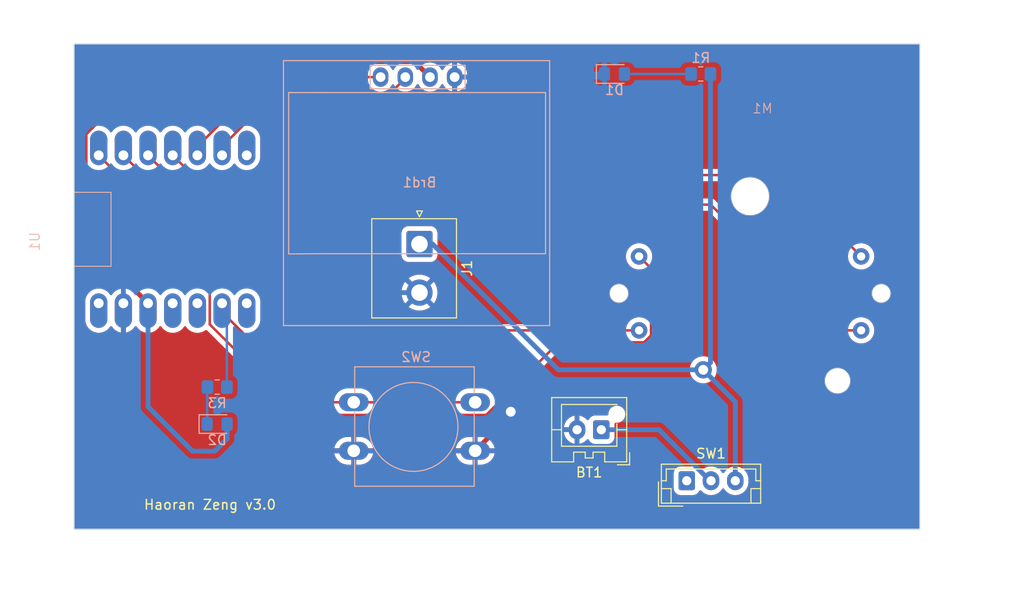
<source format=kicad_pcb>
(kicad_pcb (version 20221018) (generator pcbnew)
  (layers (0 "F.Cu" signal) (31 "B.Cu" signal) (34 "B.Paste" user) (35 "F.Paste" user) (36 "B.SilkS" user "B.Silkscreen") (37 "F.SilkS" user "F.Silkscreen") (38 "B.Mask" user) (39 "F.Mask" user) (44 "Edge.Cuts" user))
  (net 0 "")
  (net 1 "/3V3")
  (net 2 "Net-(D1-A)")
  (net 3 "Net-(D2-K)")
  (net 7 "GND")
  (net 8 "/VCC")
  (net 10 "/BAT")
  (net 11 "/SCL")
  (net 12 "/SDA")
  (net 13 "/MOTOR1")
  (net 14 "/MOTOR2")
  (net 15 "/MOTOR3")
  (net 16 "/MOTOR4")
  (net 17 "/BTN")
  (footprint "Connector_JST:JST_NV_B02P-NV_1x02_P5.00mm_Vertical" (layer "F.Cu") (at 63.5 39.624 -90)
    (fp_text reference "J1" (at 2.5 -4.9 90) (layer "F.SilkS"))
    (fp_text value "Conn_01x02_Pin")
    (fp_line (start -3.41 -0.3) (end -2.81 0) (stroke (width 0.12)) (layer "F.SilkS"))
    (fp_line (start -3.41 0.3) (end -3.41 -0.3) (stroke (width 0.12)) (layer "F.SilkS"))
    (fp_line (start -2.81 0) (end -3.41 0.3) (stroke (width 0.12)) (layer "F.SilkS"))
    (fp_line (start -2.61 -3.81) (end -2.61 4.91) (stroke (width 0.12)) (layer "F.SilkS"))
    (fp_line (start -2.61 4.91) (end 7.61 4.91) (stroke (width 0.12)) (layer "F.SilkS"))
    (fp_line (start 7.61 -3.81) (end -2.61 -3.81) (stroke (width 0.12)) (layer "F.SilkS"))
    (fp_line (start 7.61 4.91) (end 7.61 -3.81) (stroke (width 0.12)) (layer "F.SilkS"))
    (pad "1" thru_hole roundrect (at 0 0 270) (size 2.7 2.7) (drill 1.7) (layers "*.Cu" "*.Mask") (roundrect_rratio 0.09259296296) (net 8 "/VCC"))
    (pad "2" thru_hole circle (at 5 0 270) (size 2.7 2.7) (drill 1.7) (layers "*.Cu" "*.Mask") (net 7 "GND"))
  )
  (footprint "Connector_JST:JST_EH_B3B-EH-A_1x03_P2.50mm_Vertical" (layer "F.Cu") (at 91.012 64.008)
    (fp_text reference "SW1" (at 2.5 -2.8) (layer "F.SilkS"))
    (fp_text value "SW_SPDT")
    (fp_line (start -2.91 0.11) (end -2.91 2.61) (stroke (width 0.12)) (layer "F.SilkS"))
    (fp_line (start -2.91 2.61) (end -0.41 2.61) (stroke (width 0.12)) (layer "F.SilkS"))
    (fp_line (start -2.61 -1.71) (end -2.61 2.31) (stroke (width 0.12)) (layer "F.SilkS"))
    (fp_line (start -2.61 0) (end -2.11 0) (stroke (width 0.12)) (layer "F.SilkS"))
    (fp_line (start -2.61 0.81) (end -1.61 0.81) (stroke (width 0.12)) (layer "F.SilkS"))
    (fp_line (start -2.61 2.31) (end 7.61 2.31) (stroke (width 0.12)) (layer "F.SilkS"))
    (fp_line (start -2.11 -1.21) (end 7.11 -1.21) (stroke (width 0.12)) (layer "F.SilkS"))
    (fp_line (start -2.11 0) (end -2.11 -1.21) (stroke (width 0.12)) (layer "F.SilkS"))
    (fp_line (start -1.61 0.81) (end -1.61 2.31) (stroke (width 0.12)) (layer "F.SilkS"))
    (fp_line (start 6.61 0.81) (end 6.61 2.31) (stroke (width 0.12)) (layer "F.SilkS"))
    (fp_line (start 7.11 -1.21) (end 7.11 0) (stroke (width 0.12)) (layer "F.SilkS"))
    (fp_line (start 7.11 0) (end 7.61 0) (stroke (width 0.12)) (layer "F.SilkS"))
    (fp_line (start 7.61 -1.71) (end -2.61 -1.71) (stroke (width 0.12)) (layer "F.SilkS"))
    (fp_line (start 7.61 0.81) (end 6.61 0.81) (stroke (width 0.12)) (layer "F.SilkS"))
    (fp_line (start 7.61 2.31) (end 7.61 -1.71) (stroke (width 0.12)) (layer "F.SilkS"))
    (pad "1" thru_hole roundrect (at 0 0) (size 1.7 1.95) (drill 0.95) (layers "*.Cu" "*.Mask") (roundrect_rratio 0.1470588235))
    (pad "2" thru_hole oval (at 2.5 0) (size 1.7 1.95) (drill 0.95) (layers "*.Cu" "*.Mask") (net 10 "/BAT"))
    (pad "3" thru_hole oval (at 5 0) (size 1.7 1.95) (drill 0.95) (layers "*.Cu" "*.Mask") (net 8 "/VCC"))
  )
  (footprint "Connector_JST:JST_XA_B02B-XASK-1-A_1x02_P2.50mm_Vertical" (layer "F.Cu") (at 82.22 58.75 180)
    (fp_text reference "BT1" (at 1.25 -4.4) (layer "F.SilkS"))
    (fp_text value "Battery_Cell")
    (fp_line (start -2.91 -3.61) (end -2.91 -2.36) (stroke (width 0.12)) (layer "F.SilkS"))
    (fp_line (start -2.61 -3.31) (end -2.61 3.31) (stroke (width 0.12)) (layer "F.SilkS"))
    (fp_line (start -2.61 0) (end -1.6 0) (stroke (width 0.12)) (layer "F.SilkS"))
    (fp_line (start -2.61 3.31) (end 5.11 3.31) (stroke (width 0.12)) (layer "F.SilkS"))
    (fp_line (start -1.66 -3.61) (end -2.91 -3.61) (stroke (width 0.12)) (layer "F.SilkS"))
    (fp_line (start -1.6 -1.7) (end 4.1 -1.7) (stroke (width 0.12)) (layer "F.SilkS"))
    (fp_line (start -1.6 0.6) (end -1.6 -1.7) (stroke (width 0.12)) (layer "F.SilkS"))
    (fp_line (start -0.35 -3.31) (end -2.61 -3.31) (stroke (width 0.12)) (layer "F.SilkS"))
    (fp_line (start -0.35 -2.31) (end -0.35 -3.31) (stroke (width 0.12)) (layer "F.SilkS"))
    (fp_line (start 0.85 -2.91) (end 0.85 -2.31) (stroke (width 0.12)) (layer "F.SilkS"))
    (fp_line (start 0.85 -2.31) (end -0.35 -2.31) (stroke (width 0.12)) (layer "F.SilkS"))
    (fp_line (start 1.65 -2.91) (end 0.85 -2.91) (stroke (width 0.12)) (layer "F.SilkS"))
    (fp_line (start 1.65 -2.31) (end 1.65 -2.91) (stroke (width 0.12)) (layer "F.SilkS"))
    (fp_line (start 2.85 -3.31) (end 2.85 -2.31) (stroke (width 0.12)) (layer "F.SilkS"))
    (fp_line (start 2.85 -2.31) (end 1.65 -2.31) (stroke (width 0.12)) (layer "F.SilkS"))
    (fp_line (start 4.1 -1.7) (end 4.1 2.6) (stroke (width 0.12)) (layer "F.SilkS"))
    (fp_line (start 4.1 2.6) (end -1.6 2.6) (stroke (width 0.12)) (layer "F.SilkS"))
    (fp_line (start 5.11 -3.31) (end 2.85 -3.31) (stroke (width 0.12)) (layer "F.SilkS"))
    (fp_line (start 5.11 0) (end 4.1 0) (stroke (width 0.12)) (layer "F.SilkS"))
    (fp_line (start 5.11 3.31) (end 5.11 -3.31) (stroke (width 0.12)) (layer "F.SilkS"))
    (pad "" np_thru_hole circle (at -1.6 1.6 180) (size 1.25 1.25) (drill 1.25) (layers "*.Cu" "*.Mask"))
    (pad "1" thru_hole roundrect (at 0 0 180) (size 1.7 1.95) (drill 0.95) (layers "*.Cu" "*.Mask") (roundrect_rratio 0.1470588235) (net 10 "/BAT"))
    (pad "2" thru_hole oval (at 2.5 0 180) (size 1.7 1.95) (drill 0.95) (layers "*.Cu" "*.Mask") (net 7 "GND"))
  )
  (footprint "ssd:128x64OLED" (layer "B.Cu") (at 63.5 33.02 180)
    (fp_text reference "Brd1" (at 0 -0.254) (layer "B.SilkS") (effects (justify mirror)))
    (fp_text value "SSD1306")
    (fp_line (start -13.4 -15) (end -13.4 12.3) (stroke (width 0.12)) (layer "B.SilkS"))
    (fp_line (start -13.4 12.3) (end 14 12.3) (stroke (width 0.12)) (layer "B.SilkS"))
    (fp_line (start -12.978 -7.595) (end -12.978 9.005) (stroke (width 0.12)) (layer "B.SilkS"))
    (fp_line (start -12.978 9.005) (end 10.122 9.005) (stroke (width 0.12)) (layer "B.SilkS"))
    (fp_line (start -4.699 11.811) (end -4.699 9.398) (stroke (width 0.12)) (layer "B.SilkS"))
    (fp_line (start -4.699 11.811) (end 5.08 11.811) (stroke (width 0.12)) (layer "B.SilkS"))
    (fp_line (start 5.08 9.398) (end -4.699 9.398) (stroke (width 0.12)) (layer "B.SilkS"))
    (fp_line (start 5.08 11.811) (end 5.08 9.398) (stroke (width 0.12)) (layer "B.SilkS"))
    (fp_line (start 10.122 -7.595) (end -12.978 -7.595) (stroke (width 0.12)) (layer "B.SilkS"))
    (fp_line (start 10.122 -7.595) (end 13.462 -7.62) (stroke (width 0.12)) (layer "B.SilkS"))
    (fp_line (start 10.122 9.005) (end 13.208 9.005) (stroke (width 0.12)) (layer "B.SilkS"))
    (fp_line (start 13.462 -7.62) (end 13.462 9.017) (stroke (width 0.12)) (layer "B.SilkS"))
    (fp_line (start 13.462 9.017) (end 13.208 9.005) (stroke (width 0.12)) (layer "B.SilkS"))
    (fp_line (start 14 -15) (end -13.4 -15) (stroke (width 0.12)) (layer "B.SilkS"))
    (fp_line (start 14 12.3) (end 14 -15) (stroke (width 0.12)) (layer "B.SilkS"))
    (pad "1" thru_hole oval (at -3.62 10.6 90) (size 2 1.6) (drill 1) (layers "*.Cu" "*.Mask") (net 7 "GND"))
    (pad "2" thru_hole oval (at -1.08 10.6 90) (size 2 1.6) (drill 1) (layers "*.Cu" "*.Mask") (net 1 "/3V3"))
    (pad "3" thru_hole oval (at 1.46 10.6 90) (size 2 1.6) (drill 1) (layers "*.Cu" "*.Mask") (net 11 "/SCL"))
    (pad "4" thru_hole oval (at 4 10.6 90) (size 2 1.6) (drill 1) (layers "*.Cu" "*.Mask") (net 12 "/SDA"))
  )
  (footprint "X27:x27_stepper" (layer "B.Cu") (at 94.996 54.864 180)
    (fp_text reference "M1" (at -3.81 29.21 unlocked) (layer "B.SilkS") (effects (font (thickness 0.1)) (justify mirror)))
    (fp_text value "Stepper_Motor_bipolar")
    (fp_circle (center -16.04 10.16) (end -15.09 10.16) (stroke (width 0.05)) (fill none) (layer "Edge.Cuts"))
    (fp_circle (center -11.54 1.16) (end -10.24 1.16) (stroke (width 0.05)) (fill none) (layer "Edge.Cuts"))
    (fp_circle (center -2.54 20.16) (end -0.59 20.16) (stroke (width 0.05)) (fill none) (layer "Edge.Cuts"))
    (fp_circle (center 10.96 10.16) (end 11.91 10.16) (stroke (width 0.05)) (fill none) (layer "Edge.Cuts"))
    (pad "1" thru_hole circle (at 8.89 13.97 180) (size 1.7 1.7) (drill 0.85) (layers "*.Cu" "*.Mask") (net 13 "/MOTOR1"))
    (pad "2" thru_hole circle (at 8.89 6.35 180) (size 1.7 1.7) (drill 0.85) (layers "*.Cu" "*.Mask") (net 14 "/MOTOR2"))
    (pad "3" thru_hole circle (at -13.97 6.35 180) (size 1.7 1.7) (drill 0.85) (layers "*.Cu" "*.Mask") (net 15 "/MOTOR3"))
    (pad "4" thru_hole circle (at -13.97 13.97 180) (size 1.7 1.7) (drill 0.85) (layers "*.Cu" "*.Mask") (net 16 "/MOTOR4"))
  )
  (footprint "LED_SMD:LED_0805_2012Metric_Pad1.15x1.40mm_HandSolder" (layer "B.Cu") (at 42.672 58.166)
    (fp_text reference "D2" (at 0 1.65) (layer "B.SilkS") (effects (justify mirror)))
    (fp_text value "LED")
    (fp_line (start -1.86 -0.96) (end 1 -0.96) (stroke (width 0.12)) (layer "B.SilkS"))
    (fp_line (start -1.86 0.96) (end -1.86 -0.96) (stroke (width 0.12)) (layer "B.SilkS"))
    (fp_line (start 1 0.96) (end -1.86 0.96) (stroke (width 0.12)) (layer "B.SilkS"))
    (pad "1" smd roundrect (at -1.025 0) (size 1.15 1.4) (layers "B.Cu" "B.Paste" "B.Mask") (roundrect_rratio 0.2173913043) (net 3 "Net-(D2-K)"))
    (pad "2" smd roundrect (at 1.025 0) (size 1.15 1.4) (layers "B.Cu" "B.Paste" "B.Mask") (roundrect_rratio 0.2173913043) (net 1 "/3V3"))
  )
  (footprint "Button_Switch_THT:SW_PUSH-12mm" (layer "B.Cu") (at 69.232 55.92 180)
    (fp_text reference "SW2" (at 6.08 4.66) (layer "B.SilkS") (effects (justify mirror)))
    (fp_text value "SW_SPST")
    (fp_line (start 0.1 -8.65) (end 0.1 -5.93) (stroke (width 0.12)) (layer "B.SilkS"))
    (fp_line (start 0.1 -4.07) (end 0.1 -0.93) (stroke (width 0.12)) (layer "B.SilkS"))
    (fp_line (start 0.1 0.93) (end 0.1 3.65) (stroke (width 0.12)) (layer "B.SilkS"))
    (fp_line (start 0.1 3.65) (end 12.4 3.65) (stroke (width 0.12)) (layer "B.SilkS"))
    (fp_line (start 12.4 -8.65) (end 0.1 -8.65) (stroke (width 0.12)) (layer "B.SilkS"))
    (fp_line (start 12.4 -5.93) (end 12.4 -8.65) (stroke (width 0.12)) (layer "B.SilkS"))
    (fp_line (start 12.4 -0.93) (end 12.4 -4.07) (stroke (width 0.12)) (layer "B.SilkS"))
    (fp_line (start 12.4 3.65) (end 12.4 0.93) (stroke (width 0.12)) (layer "B.SilkS"))
    (fp_circle (center 6.35 -2.54) (end 10.16 -5.08) (stroke (width 0.12)) (fill none) (layer "B.SilkS"))
    (pad "1" thru_hole oval (at 0 0 180) (size 3.048 1.85) (drill 1.3) (layers "*.Cu" "*.Mask") (net 17 "/BTN"))
    (pad "1" thru_hole oval (at 12.5 0 180) (size 3.048 1.85) (drill 1.3) (layers "*.Cu" "*.Mask") (net 17 "/BTN"))
    (pad "2" thru_hole oval (at 0 -5 180) (size 3.048 1.85) (drill 1.3) (layers "*.Cu" "*.Mask") (net 7 "GND"))
    (pad "2" thru_hole oval (at 12.5 -5 180) (size 3.048 1.85) (drill 1.3) (layers "*.Cu" "*.Mask") (net 7 "GND"))
  )
  (footprint "LED_SMD:LED_0805_2012Metric_Pad1.15x1.40mm_HandSolder" (layer "B.Cu") (at 83.566 22.098)
    (fp_text reference "D1" (at 0 1.65) (layer "B.SilkS") (effects (justify mirror)))
    (fp_text value "LED")
    (fp_line (start -1.86 -0.96) (end 1 -0.96) (stroke (width 0.12)) (layer "B.SilkS"))
    (fp_line (start -1.86 0.96) (end -1.86 -0.96) (stroke (width 0.12)) (layer "B.SilkS"))
    (fp_line (start 1 0.96) (end -1.86 0.96) (stroke (width 0.12)) (layer "B.SilkS"))
    (pad "1" smd roundrect (at -1.025 0) (size 1.15 1.4) (layers "B.Cu" "B.Paste" "B.Mask") (roundrect_rratio 0.2173913043) (net 7 "GND"))
    (pad "2" smd roundrect (at 1.025 0) (size 1.15 1.4) (layers "B.Cu" "B.Paste" "B.Mask") (roundrect_rratio 0.2173913043) (net 2 "Net-(D1-A)"))
  )
  (footprint "Resistor_SMD:R_0805_2012Metric_Pad1.20x1.40mm_HandSolder" (layer "B.Cu") (at 92.456 22.098 180)
    (fp_text reference "R1" (at 0 1.65) (layer "B.SilkS") (effects (justify mirror)))
    (fp_text value "85Ω")
    (fp_line (start -0.227064 -0.735) (end 0.227064 -0.735) (stroke (width 0.12)) (layer "B.SilkS"))
    (fp_line (start -0.227064 0.735) (end 0.227064 0.735) (stroke (width 0.12)) (layer "B.SilkS"))
    (pad "1" smd roundrect (at -1 0 180) (size 1.2 1.4) (layers "B.Cu" "B.Paste" "B.Mask") (roundrect_rratio 0.2083333333) (net 8 "/VCC"))
    (pad "2" smd roundrect (at 1 0 180) (size 1.2 1.4) (layers "B.Cu" "B.Paste" "B.Mask") (roundrect_rratio 0.2083333333) (net 2 "Net-(D1-A)"))
  )
  (footprint "Resistor_SMD:R_0805_2012Metric_Pad1.20x1.40mm_HandSolder" (layer "B.Cu") (at 42.672 54.356)
    (fp_text reference "R3" (at 0 1.65) (layer "B.SilkS") (effects (justify mirror)))
    (fp_text value "65Ω")
    (fp_line (start -0.227064 -0.735) (end 0.227064 -0.735) (stroke (width 0.12)) (layer "B.SilkS"))
    (fp_line (start -0.227064 0.735) (end 0.227064 0.735) (stroke (width 0.12)) (layer "B.SilkS"))
    (pad "1" smd roundrect (at -1 0) (size 1.2 1.4) (layers "B.Cu" "B.Paste" "B.Mask") (roundrect_rratio 0.2083333333) (net 3 "Net-(D2-K)"))
    (pad "2" smd roundrect (at 1 0) (size 1.2 1.4) (layers "B.Cu" "B.Paste" "B.Mask") (roundrect_rratio 0.2083333333) (net 17 "/BTN"))
  )
  (footprint "123:XIAO_ESP32_SENSE" (layer "B.Cu") (at 38.1 38.1 -90)
    (fp_text reference "U1" (at 1.27 14.2 90 unlocked) (layer "B.SilkS") (effects (font (thickness 0.1)) (justify mirror)))
    (fp_text value "~")
    (fp_line (start -3.81 6.35) (end 3.81 6.35) (stroke (width 0.1)) (layer "B.SilkS"))
    (fp_line (start -3.81 10.16) (end -3.81 6.35) (stroke (width 0.1)) (layer "B.SilkS"))
    (fp_line (start 3.81 6.35) (end 3.81 10.16) (stroke (width 0.1)) (layer "B.SilkS"))
    (pad "1" thru_hole oval (at -7.62 7.62 270) (size 3.556 1.778) (drill 1.016 (offset -0.762 0)) (layers "*.Cu" "*.Mask") (net 13 "/MOTOR1"))
    (pad "2" thru_hole oval (at -7.62 5.08 270) (size 3.556 1.778) (drill 1.016 (offset -0.762 0)) (layers "*.Cu" "*.Mask") (net 14 "/MOTOR2"))
    (pad "3" thru_hole oval (at -7.62 2.54 270) (size 3.556 1.778) (drill 1.016 (offset -0.762 0)) (layers "*.Cu" "*.Mask") (net 15 "/MOTOR3"))
    (pad "4" thru_hole oval (at -7.62 0 270) (size 3.556 1.778) (drill 1.016 (offset -0.762 0)) (layers "*.Cu" "*.Mask") (net 16 "/MOTOR4"))
    (pad "5" thru_hole oval (at -7.62 -2.54 270) (size 3.556 1.778) (drill 1.016 (offset -0.762 0)) (layers "*.Cu" "*.Mask") (net 12 "/SDA"))
    (pad "6" thru_hole oval (at -7.62 -5.08 270) (size 3.556 1.778) (drill 1.016 (offset -0.762 0)) (layers "*.Cu" "*.Mask") (net 11 "/SCL"))
    (pad "7" thru_hole oval (at -7.62 -7.62 270) (size 3.556 1.778) (drill 1.016 (offset -0.762 0)) (layers "*.Cu" "*.Mask"))
    (pad "8" thru_hole oval (at 7.62 7.62 270) (size 3.556 1.778) (drill 1.016 (offset 0.762 0)) (layers "*.Cu" "*.Mask"))
    (pad "9" thru_hole oval (at 7.62 5.08 270) (size 3.556 1.778) (drill 1.016 (offset 0.762 0)) (layers "*.Cu" "*.Mask") (net 7 "GND"))
    (pad "10" thru_hole oval (at 7.62 2.54 270) (size 3.556 1.778) (drill 1.016 (offset 0.762 0)) (layers "*.Cu" "*.Mask") (net 1 "/3V3"))
    (pad "11" thru_hole oval (at 7.62 0 270) (size 3.556 1.778) (drill 1.016 (offset 0.762 0)) (layers "*.Cu" "*.Mask"))
    (pad "12" thru_hole oval (at 7.62 -2.54 270) (size 3.556 1.778) (drill 1.016 (offset 0.762 0)) (layers "*.Cu" "*.Mask"))
    (pad "13" thru_hole oval (at 7.62 -5.08 270) (size 3.556 1.778) (drill 1.016 (offset 0.762 0)) (layers "*.Cu" "*.Mask") (net 17 "/BTN"))
    (pad "14" thru_hole oval (at 7.62 -7.62 270) (size 3.556 1.778) (drill 1.016 (offset 0.762 0)) (layers "*.Cu" "*.Mask"))
  )
  (gr_rect (start 27.94 19) (end 115 69) (stroke (width 0.1)) (fill none) (layer "Edge.Cuts"))
  (gr_text "Haoran Zeng v3.0" (at 35.052 67.056) (layer "F.SilkS") (effects (font (size 1 1)) (justify left bottom)))
  (segment (start 62.988 20.828) (end 64.58 22.42) (width 0.5) (layer "F.Cu") (net 1))
  (segment (start 29.087 39.247) (end 29.087 28.252001) (width 0.5) (layer "F.Cu") (net 1))
  (segment (start 35.56 45.72) (end 29.087 39.247) (width 0.5) (layer "F.Cu") (net 1))
  (segment (start 36.511001 20.828) (end 62.988 20.828) (width 0.5) (layer "F.Cu") (net 1))
  (segment (start 29.087 28.252001) (end 36.511001 20.828) (width 0.5) (layer "F.Cu") (net 1))
  (segment (start 40.132 60.96) (end 42.418 60.96) (width 0.5) (layer "B.Cu") (net 1))
  (segment (start 42.418 60.96) (end 43.697 59.681) (width 0.5) (layer "B.Cu") (net 1))
  (segment (start 43.697 59.681) (end 43.697 58.166) (width 0.5) (layer "B.Cu") (net 1))
  (segment (start 35.56 56.388) (end 40.132 60.96) (width 0.5) (layer "B.Cu") (net 1))
  (segment (start 35.56 45.72) (end 35.56 56.388) (width 0.5) (layer "B.Cu") (net 1))
  (segment (start 84.591 22.098) (end 91.456 22.098) (width 0.254) (layer "B.Cu") (net 2))
  (segment (start 41.647 54.381) (end 41.672 54.356) (width 0.254) (layer "B.Cu") (net 3))
  (segment (start 41.647 58.166) (end 41.647 54.381) (width 0.254) (layer "B.Cu") (net 3))
  (segment (start 72.898 56.896) (end 72.898 57.254) (width 0.5) (layer "F.Cu") (net 7))
  (segment (start 72.898 57.254) (end 69.232 60.92) (width 0.5) (layer "F.Cu") (net 7))
  (segment (start 33.02 45.72) (end 33.02 60.96) (width 0.5) (layer "F.Cu") (net 7))
  (segment (start 35.052 62.992) (end 51.562 62.992) (width 0.5) (layer "F.Cu") (net 7))
  (segment (start 56.732 60.92) (end 69.232 60.92) (width 0.5) (layer "F.Cu") (net 7))
  (segment (start 51.562 62.992) (end 53.634 60.92) (width 0.5) (layer "F.Cu") (net 7))
  (segment (start 53.634 60.92) (end 56.732 60.92) (width 0.5) (layer "F.Cu") (net 7))
  (segment (start 33.02 60.96) (end 35.052 62.992) (width 0.5) (layer "F.Cu") (net 7))
  (via (at 72.898 56.896) (size 1.778) (drill 1.016) (layers "F.Cu" "B.Cu") (net 7))
  (segment (start 67.12 22.42) (end 67.12 25.59) (width 0.5) (layer "B.Cu") (net 7))
  (segment (start 56.054 44.624) (end 63.5 44.624) (width 0.5) (layer "B.Cu") (net 7))
  (segment (start 55.88 36.83) (end 55.88 44.45) (width 0.5) (layer "B.Cu") (net 7))
  (segment (start 82.219 22.42) (end 82.541 22.098) (width 0.5) (layer "B.Cu") (net 7))
  (segment (start 72.898 54.022) (end 72.898 56.896) (width 0.5) (layer "B.Cu") (net 7))
  (segment (start 74.752 58.75) (end 79.72 58.75) (width 0.5) (layer "B.Cu") (net 7))
  (segment (start 67.12 25.59) (end 55.88 36.83) (width 0.5) (layer "B.Cu") (net 7))
  (segment (start 67.12 22.42) (end 82.219 22.42) (width 0.5) (layer "B.Cu") (net 7))
  (segment (start 72.898 56.896) (end 74.752 58.75) (width 0.5) (layer "B.Cu") (net 7))
  (segment (start 55.88 44.45) (end 56.054 44.624) (width 0.5) (layer "B.Cu") (net 7))
  (segment (start 63.5 44.624) (end 72.898 54.022) (width 0.5) (layer "B.Cu") (net 7))
  (via (at 92.71 52.578) (size 1.778) (drill 1.016) (layers "F.Cu" "B.Cu") (net 8))
  (segment (start 77.803999 52.578) (end 92.71 52.578) (width 0.5) (layer "B.Cu") (net 8))
  (segment (start 63.5 39.624) (end 64.849999 39.624) (width 0.5) (layer "B.Cu") (net 8))
  (segment (start 92.71 52.578) (end 96.012 55.88) (width 0.5) (layer "B.Cu") (net 8))
  (segment (start 93.456 22.098) (end 93.456 51.832) (width 0.5) (layer "B.Cu") (net 8))
  (segment (start 93.456 51.832) (end 92.71 52.578) (width 0.5) (layer "B.Cu") (net 8))
  (segment (start 64.849999 39.624) (end 77.803999 52.578) (width 0.5) (layer "B.Cu") (net 8))
  (segment (start 96.012 55.88) (end 96.012 64.008) (width 0.5) (layer "B.Cu") (net 8))
  (segment (start 88.152244 58.75) (end 93.410244 64.008) (width 0.5) (layer "B.Cu") (net 10))
  (segment (start 93.410244 64.008) (end 93.512 64.008) (width 0.5) (layer "B.Cu") (net 10))
  (segment (start 82.22 58.75) (end 88.152244 58.75) (width 0.5) (layer "B.Cu") (net 10))
  (segment (start 43.18 30.48) (end 43.18 29.572949) (width 0.254) (layer "F.Cu") (net 11))
  (segment (start 59.436 25.146) (end 62.04 22.542) (width 0.254) (layer "F.Cu") (net 11))
  (segment (start 43.18 29.572949) (end 47.606949 25.146) (width 0.254) (layer "F.Cu") (net 11))
  (segment (start 62.04 22.542) (end 62.04 22.42) (width 0.254) (layer "F.Cu") (net 11))
  (segment (start 47.606949 25.146) (end 59.436 25.146) (width 0.254) (layer "F.Cu") (net 11))
  (segment (start 47.792949 22.42) (end 59.5 22.42) (width 0.254) (layer "F.Cu") (net 12))
  (segment (start 40.64 30.48) (end 40.64 29.572949) (width 0.254) (layer "F.Cu") (net 12))
  (segment (start 40.64 29.572949) (end 47.792949 22.42) (width 0.254) (layer "F.Cu") (net 12))
  (segment (start 87.337 42.125) (end 86.106 40.894) (width 0.254) (layer "F.Cu") (net 13))
  (segment (start 86.615897 49.745) (end 87.337 49.023897) (width 0.254) (layer "F.Cu") (net 13))
  (segment (start 41.91 41.91) (end 41.91 47.897051) (width 0.254) (layer "F.Cu") (net 13))
  (segment (start 87.337 49.023897) (end 87.337 42.125) (width 0.254) (layer "F.Cu") (net 13))
  (segment (start 77.852963 49.745) (end 86.615897 49.745) (width 0.254) (layer "F.Cu") (net 13))
  (segment (start 41.91 47.897051) (end 51.238949 57.226) (width 0.254) (layer "F.Cu") (net 13))
  (segment (start 51.238949 57.226) (end 70.371963 57.226) (width 0.254) (layer "F.Cu") (net 13))
  (segment (start 70.371963 57.226) (end 77.852963 49.745) (width 0.254) (layer "F.Cu") (net 13))
  (segment (start 30.48 30.48) (end 41.91 41.91) (width 0.254) (layer "F.Cu") (net 13))
  (segment (start 33.02 30.48) (end 51.054 48.514) (width 0.254) (layer "F.Cu") (net 14))
  (segment (start 51.054 48.514) (end 86.106 48.514) (width 0.254) (layer "F.Cu") (net 14))
  (segment (start 93.472 35.56) (end 106.426 48.514) (width 0.254) (layer "F.Cu") (net 15))
  (segment (start 40.64 35.56) (end 93.472 35.56) (width 0.254) (layer "F.Cu") (net 15))
  (segment (start 106.426 48.514) (end 108.966 48.514) (width 0.254) (layer "F.Cu") (net 15))
  (segment (start 35.56 30.48) (end 40.64 35.56) (width 0.254) (layer "F.Cu") (net 15))
  (segment (start 100.584 32.512) (end 108.966 40.894) (width 0.254) (layer "F.Cu") (net 16))
  (segment (start 40.132 32.512) (end 100.584 32.512) (width 0.254) (layer "F.Cu") (net 16))
  (segment (start 38.1 30.48) (end 40.132 32.512) (width 0.254) (layer "F.Cu") (net 16))
  (segment (start 52.472949 55.92) (end 43.18 46.627051) (width 0.254) (layer "F.Cu") (net 17))
  (segment (start 43.18 46.627051) (end 43.18 45.72) (width 0.254) (layer "F.Cu") (net 17))
  (segment (start 56.732 55.92) (end 69.232 55.92) (width 0.254) (layer "F.Cu") (net 17))
  (segment (start 56.732 55.92) (end 52.472949 55.92) (width 0.254) (layer "F.Cu") (net 17))
  (segment (start 43.18 45.72) (end 43.672 46.212) (width 0.254) (layer "B.Cu") (net 17))
  (segment (start 43.672 46.212) (end 43.672 53.90758) (width 0.254) (layer "B.Cu") (net 17))
  (segment (start 43.672 53.90758) (end 43.44779 54.13179) (width 0.254) (layer "B.Cu") (net 17))
  (zone (net 7) (net_name "GND") (layers "F&B.Cu") (connect_pads (clearance 0.5)) (min_thickness 0.25) (fill yes (thermal_gap 0.5) (thermal_bridge_width 0.5))
    (polygon (pts (xy 20.32 15.748) (xy 20.828 76.962) (xy 125.73 77.724) (xy 125.73 15.748) (xy 38.862 14.478)))
  )
)
</source>
